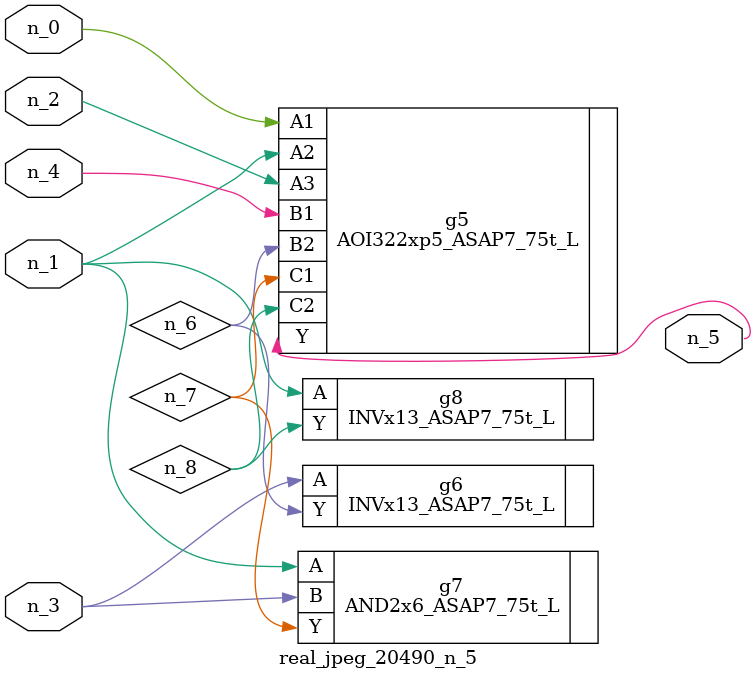
<source format=v>
module real_jpeg_20490_n_5 (n_4, n_0, n_1, n_2, n_3, n_5);

input n_4;
input n_0;
input n_1;
input n_2;
input n_3;

output n_5;

wire n_8;
wire n_6;
wire n_7;

AOI322xp5_ASAP7_75t_L g5 ( 
.A1(n_0),
.A2(n_1),
.A3(n_2),
.B1(n_4),
.B2(n_6),
.C1(n_7),
.C2(n_8),
.Y(n_5)
);

AND2x6_ASAP7_75t_L g7 ( 
.A(n_1),
.B(n_3),
.Y(n_7)
);

INVx13_ASAP7_75t_L g8 ( 
.A(n_1),
.Y(n_8)
);

INVx13_ASAP7_75t_L g6 ( 
.A(n_3),
.Y(n_6)
);


endmodule
</source>
